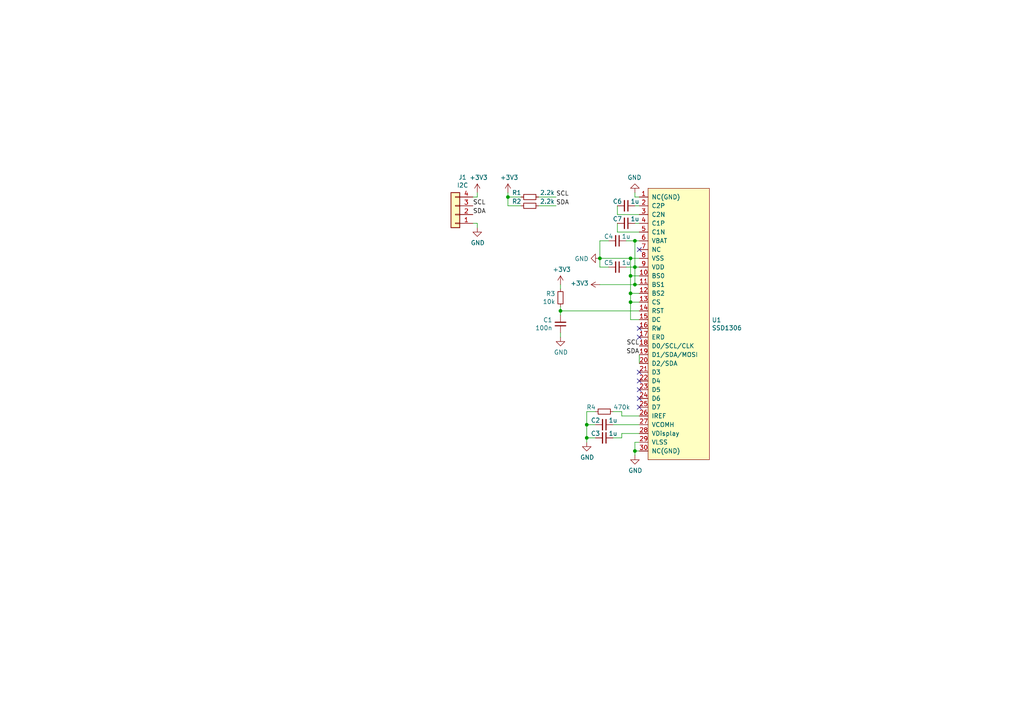
<source format=kicad_sch>
(kicad_sch (version 20211123) (generator eeschema)
  (paper "A4")
  (lib_symbols
    (symbol "Connector_Generic:Conn_01x04" (pin_names (offset 1.016) hide)
      (property "Reference" "J" (at 0 5.08 0))
      (property "Value" "Conn_01x04" (at 0 -7.62 0))
      (symbol "Conn_01x04_1_1"
        (rectangle (start -1.27 -4.953) (end 0 -5.207) (stroke (width 0.1524)))
        (rectangle (start -1.27 -2.413) (end 0 -2.667) (stroke (width 0.1524)))
        (rectangle (start -1.27 0.127) (end 0 -0.127) (stroke (width 0.1524)))
        (rectangle (start -1.27 2.667) (end 0 2.413) (stroke (width 0.1524)))
        (rectangle (start -1.27 3.81) (end 1.27 -6.35) (stroke (width 0.254)) (fill (type background)))
        (pin passive line (at -5.08 2.54 0) (length 3.81) (name "Pin_1") (number "1"))
        (pin passive line (at -5.08 0 0) (length 3.81) (name "Pin_2") (number "2"))
        (pin passive line (at -5.08 -2.54 0) (length 3.81) (name "Pin_3") (number "3"))
        (pin passive line (at -5.08 -5.08 0) (length 3.81) (name "Pin_4") (number "4"))
      )
    )
    (symbol "Device:C_Small" (pin_numbers hide) (pin_names (offset 0.254) hide)
      (property "Reference" "C" (at 0.254 1.778 0))
      (property "Value" "C_Small" (at 0.254 -2.032 0))
      (symbol "C_Small_0_1"
        (polyline (pts (xy -1.524 -0.508) (xy 1.524 -0.508)) (stroke (width 0.3302)))
        (polyline (pts (xy -1.524 0.508) (xy 1.524 0.508)) (stroke (width 0.3048)))
      )
      (symbol "C_Small_1_1"
        (pin passive line (at 0 2.54 270) (length 2.032) (name "~") (number "1"))
        (pin passive line (at 0 -2.54 90) (length 2.032) (name "~") (number "2"))
      )
    )
    (symbol "Device:R_Small" (pin_numbers hide) (pin_names (offset 0.254) hide)
      (property "Reference" "R" (at 0.762 0.508 0))
      (property "Value" "R_Small" (at 0.762 -1.016 0))
      (symbol "R_Small_0_1"
        (rectangle (start -0.762 1.778) (end 0.762 -1.778) (stroke (width 0.2032)))
      )
      (symbol "R_Small_1_1"
        (pin passive line (at 0 2.54 270) (length 0.762) (name "~") (number "1"))
        (pin passive line (at 0 -2.54 90) (length 0.762) (name "~") (number "2"))
      )
    )
    (symbol "SSD1306:SSD1306" (pin_names (offset 1.016))
      (property "Reference" "U" (at 0 43.18 0))
      (property "Value" "SSD1306" (at 0 40.64 0))
      (symbol "SSD1306_0_1"
        (rectangle (start -8.89 39.37) (end 8.89 -39.37) (fill (type background)))
      )
      (symbol "SSD1306_1_1"
        (pin power_in line (at -11.43 36.83 0) (length 2.54) (name "NC(GND)") (number "1"))
        (pin input line (at -11.43 13.97 0) (length 2.54) (name "BS0") (number "10"))
        (pin input line (at -11.43 11.43 0) (length 2.54) (name "BS1") (number "11"))
        (pin input line (at -11.43 8.89 0) (length 2.54) (name "BS2") (number "12"))
        (pin input line (at -11.43 6.35 0) (length 2.54) (name "CS") (number "13"))
        (pin input line (at -11.43 3.81 0) (length 2.54) (name "RST") (number "14"))
        (pin input line (at -11.43 1.27 0) (length 2.54) (name "DC") (number "15"))
        (pin input line (at -11.43 -1.27 0) (length 2.54) (name "RW") (number "16"))
        (pin input line (at -11.43 -3.81 0) (length 2.54) (name "ERD") (number "17"))
        (pin input line (at -11.43 -6.35 0) (length 2.54) (name "D0/SCL/CLK") (number "18"))
        (pin input line (at -11.43 -8.89 0) (length 2.54) (name "D1/SDA/MOSI") (number "19"))
        (pin output line (at -11.43 34.29 0) (length 2.54) (name "C2P") (number "2"))
        (pin input line (at -11.43 -11.43 0) (length 2.54) (name "D2/SDA") (number "20"))
        (pin input line (at -11.43 -13.97 0) (length 2.54) (name "D3") (number "21"))
        (pin input line (at -11.43 -16.51 0) (length 2.54) (name "D4") (number "22"))
        (pin input line (at -11.43 -19.05 0) (length 2.54) (name "D5") (number "23"))
        (pin input line (at -11.43 -21.59 0) (length 2.54) (name "D6") (number "24"))
        (pin input line (at -11.43 -24.13 0) (length 2.54) (name "D7") (number "25"))
        (pin input line (at -11.43 -26.67 0) (length 2.54) (name "IREF") (number "26"))
        (pin power_in line (at -11.43 -29.21 0) (length 2.54) (name "VCOMH") (number "27"))
        (pin power_in line (at -11.43 -31.75 0) (length 2.54) (name "VDisplay") (number "28"))
        (pin power_in line (at -11.43 -34.29 0) (length 2.54) (name "VLSS") (number "29"))
        (pin output line (at -11.43 31.75 0) (length 2.54) (name "C2N") (number "3"))
        (pin power_in line (at -11.43 -36.83 0) (length 2.54) (name "NC(GND)") (number "30"))
        (pin output line (at -11.43 29.21 0) (length 2.54) (name "C1P") (number "4"))
        (pin output line (at -11.43 26.67 0) (length 2.54) (name "C1N") (number "5"))
        (pin power_in line (at -11.43 24.13 0) (length 2.54) (name "VBAT") (number "6"))
        (pin input line (at -11.43 21.59 0) (length 2.54) (name "NC") (number "7"))
        (pin power_in line (at -11.43 19.05 0) (length 2.54) (name "VSS") (number "8"))
        (pin power_in line (at -11.43 16.51 0) (length 2.54) (name "VDD") (number "9"))
      )
    )
    (symbol "power:+3V3" (power) (pin_names (offset 0))
      (property "Value" "+3V3" (at 0 3.556 0))
      (symbol "+3V3_0_1"
        (polyline (pts (xy -0.762 1.27) (xy 0 2.54)))
        (polyline (pts (xy 0 0) (xy 0 2.54)))
        (polyline (pts (xy 0 2.54) (xy 0.762 1.27)))
      )
      (symbol "+3V3_1_1"
        (pin power_in line (at 0 0 90) (length 0) hide (name "+3V3") (number "1"))
      )
    )
    (symbol "power:GND" (power) (pin_names (offset 0))
      (property "Value" "GND" (at 0 -3.81 0))
      (symbol "GND_0_1"
        (polyline (pts (xy 0 0) (xy 0 -1.27) (xy 1.27 -1.27) (xy 0 -2.54) (xy -1.27 -1.27) (xy 0 -1.27)))
      )
      (symbol "GND_1_1"
        (pin power_in line (at 0 0 270) (length 0) hide (name "GND") (number "1"))
      )
    )
  )
  (junction (at 182.88 87.63))
  (junction (at 184.15 69.85))
  (junction (at 182.88 80.01))
  (junction (at 147.32 57.15))
  (junction (at 170.18 127))
  (junction (at 170.18 123.19))
  (junction (at 184.15 77.47))
  (junction (at 184.15 130.81))
  (junction (at 184.15 82.55))
  (junction (at 162.56 90.17))
  (junction (at 182.88 85.09))
  (junction (at 182.88 74.93))
  (junction (at 173.99 74.93))
  (no_connect (at 185.42 97.79))
  (no_connect (at 185.42 95.25))
  (no_connect (at 185.42 72.39))
  (no_connect (at 185.42 113.03))
  (no_connect (at 185.42 107.95))
  (no_connect (at 185.42 118.11))
  (no_connect (at 185.42 115.57))
  (no_connect (at 185.42 110.49))
  (wire (pts (xy 162.56 82.55) (xy 162.56 83.82)))
  (wire (pts (xy 184.15 59.69) (xy 185.42 59.69)))
  (wire (pts (xy 185.42 85.09) (xy 182.88 85.09)))
  (wire (pts (xy 185.42 102.87) (xy 185.42 105.41)))
  (wire (pts (xy 184.15 69.85) (xy 184.15 77.47)))
  (wire (pts (xy 185.42 74.93) (xy 182.88 74.93)))
  (wire (pts (xy 170.18 123.19) (xy 170.18 127)))
  (wire (pts (xy 162.56 96.52) (xy 162.56 97.79)))
  (wire (pts (xy 182.88 85.09) (xy 182.88 87.63)))
  (wire (pts (xy 180.34 120.65) (xy 185.42 120.65)))
  (wire (pts (xy 161.29 59.69) (xy 156.21 59.69)))
  (wire (pts (xy 185.42 123.19) (xy 177.8 123.19)))
  (wire (pts (xy 185.42 128.27) (xy 184.15 128.27)))
  (wire (pts (xy 180.34 127) (xy 180.34 125.73)))
  (wire (pts (xy 173.99 77.47) (xy 173.99 74.93)))
  (wire (pts (xy 177.8 119.38) (xy 180.34 119.38)))
  (wire (pts (xy 184.15 130.81) (xy 185.42 130.81)))
  (wire (pts (xy 147.32 57.15) (xy 147.32 59.69)))
  (wire (pts (xy 185.42 77.47) (xy 184.15 77.47)))
  (wire (pts (xy 137.16 64.77) (xy 138.43 64.77)))
  (wire (pts (xy 181.61 77.47) (xy 184.15 77.47)))
  (wire (pts (xy 184.15 128.27) (xy 184.15 130.81)))
  (wire (pts (xy 184.15 82.55) (xy 185.42 82.55)))
  (wire (pts (xy 182.88 92.71) (xy 182.88 87.63)))
  (wire (pts (xy 184.15 77.47) (xy 184.15 82.55)))
  (wire (pts (xy 173.99 77.47) (xy 176.53 77.47)))
  (wire (pts (xy 172.72 127) (xy 170.18 127)))
  (wire (pts (xy 184.15 64.77) (xy 185.42 64.77)))
  (wire (pts (xy 147.32 55.88) (xy 147.32 57.15)))
  (wire (pts (xy 182.88 74.93) (xy 182.88 80.01)))
  (wire (pts (xy 170.18 127) (xy 170.18 128.27)))
  (wire (pts (xy 182.88 74.93) (xy 173.99 74.93)))
  (wire (pts (xy 182.88 87.63) (xy 185.42 87.63)))
  (wire (pts (xy 182.88 80.01) (xy 182.88 85.09)))
  (wire (pts (xy 179.07 64.77) (xy 179.07 67.31)))
  (wire (pts (xy 185.42 92.71) (xy 182.88 92.71)))
  (wire (pts (xy 180.34 125.73) (xy 185.42 125.73)))
  (wire (pts (xy 184.15 57.15) (xy 185.42 57.15)))
  (wire (pts (xy 156.21 57.15) (xy 161.29 57.15)))
  (wire (pts (xy 185.42 69.85) (xy 184.15 69.85)))
  (wire (pts (xy 173.99 69.85) (xy 176.53 69.85)))
  (wire (pts (xy 179.07 59.69) (xy 179.07 62.23)))
  (wire (pts (xy 173.99 74.93) (xy 173.99 69.85)))
  (wire (pts (xy 162.56 90.17) (xy 162.56 88.9)))
  (wire (pts (xy 184.15 132.08) (xy 184.15 130.81)))
  (wire (pts (xy 151.13 57.15) (xy 147.32 57.15)))
  (wire (pts (xy 172.72 123.19) (xy 170.18 123.19)))
  (wire (pts (xy 173.99 82.55) (xy 184.15 82.55)))
  (wire (pts (xy 179.07 62.23) (xy 185.42 62.23)))
  (wire (pts (xy 179.07 67.31) (xy 185.42 67.31)))
  (wire (pts (xy 138.43 64.77) (xy 138.43 66.04)))
  (wire (pts (xy 172.72 119.38) (xy 170.18 119.38)))
  (wire (pts (xy 185.42 80.01) (xy 182.88 80.01)))
  (wire (pts (xy 138.43 57.15) (xy 138.43 55.88)))
  (wire (pts (xy 184.15 55.88) (xy 184.15 57.15)))
  (wire (pts (xy 180.34 119.38) (xy 180.34 120.65)))
  (wire (pts (xy 185.42 90.17) (xy 162.56 90.17)))
  (wire (pts (xy 177.8 127) (xy 180.34 127)))
  (wire (pts (xy 147.32 59.69) (xy 151.13 59.69)))
  (wire (pts (xy 181.61 69.85) (xy 184.15 69.85)))
  (wire (pts (xy 162.56 91.44) (xy 162.56 90.17)))
  (wire (pts (xy 170.18 119.38) (xy 170.18 123.19)))
  (wire (pts (xy 137.16 57.15) (xy 138.43 57.15)))
  (label "SDA" (at 137.16 62.23 0))
  (label "SCL" (at 161.29 57.15 0))
  (label "SDA" (at 185.42 102.87 180))
  (label "SDA" (at 161.29 59.69 0))
  (label "SCL" (at 185.42 100.33 180))
  (label "SCL" (at 137.16 59.69 0))
  (symbol (lib_id "SSD1306:SSD1306") (at 196.85 93.98 0) (unit 1)
    (property "Reference" "U1" (at 206.4512 92.8116 0) (effects (justify left)))
    (property "Value" "SSD1306" (at 206.4512 95.123 0) (effects (justify left)))
    (property "Footprint" "SSD1306:SSD1306" (effects hide))
  )
  (symbol (lib_id "Connector_Generic:Conn_01x04") (at 132.08 62.23 180) (unit 1)
    (property "Reference" "J1" (at 134.1628 51.435 0))
    (property "Value" "I2C" (at 134.1628 53.7464 0))
    (property "Footprint" "Connector_PinHeader_2.54mm:PinHeader_1x04_P2.54mm_Vertical" (effects hide))
  )
  (symbol (lib_id "power:GND") (at 138.43 66.04 0) (unit 1)
    (property "Reference" "#PWR02" (effects hide))
    (property "Value" "GND" (at 138.557 70.4342 0))
  )
  (symbol (lib_id "power:+3V3") (at 138.43 55.88 0) (unit 1)
    (property "Reference" "#PWR01" (effects hide))
    (property "Value" "+3V3" (at 138.811 51.4858 0))
  )
  (symbol (lib_id "Device:C_Small") (at 181.61 59.69 270) (unit 1)
    (property "Reference" "C6" (at 179.07 58.42 90))
    (property "Value" "1u" (at 184.15 58.42 90))
    (property "Footprint" "Capacitor_SMD:C_0603_1608Metric" (effects hide))
  )
  (symbol (lib_id "Device:C_Small") (at 181.61 64.77 270) (unit 1)
    (property "Reference" "C7" (at 179.07 63.5 90))
    (property "Value" "1u" (at 184.15 63.5 90))
    (property "Footprint" "Capacitor_SMD:C_0603_1608Metric" (effects hide))
  )
  (symbol (lib_id "power:GND") (at 184.15 55.88 180) (unit 1)
    (property "Reference" "#PWR09" (effects hide))
    (property "Value" "GND" (at 184.023 51.4858 0))
  )
  (symbol (lib_id "power:GND") (at 184.15 132.08 0) (unit 1)
    (property "Reference" "#PWR010" (effects hide))
    (property "Value" "GND" (at 184.277 136.4742 0))
  )
  (symbol (lib_id "Device:C_Small") (at 179.07 69.85 270) (unit 1)
    (property "Reference" "C4" (at 176.53 68.58 90))
    (property "Value" "1u" (at 181.61 68.58 90))
    (property "Footprint" "Capacitor_SMD:C_0603_1608Metric" (effects hide))
  )
  (symbol (lib_id "Device:C_Small") (at 179.07 77.47 270) (unit 1)
    (property "Reference" "C5" (at 176.53 76.2 90))
    (property "Value" "1u" (at 181.61 76.2 90))
    (property "Footprint" "Capacitor_SMD:C_0603_1608Metric" (effects hide))
  )
  (symbol (lib_id "power:+3V3") (at 173.99 82.55 90) (unit 1)
    (property "Reference" "#PWR08" (effects hide))
    (property "Value" "+3V3" (at 170.7388 82.169 90) (effects (justify left)))
  )
  (symbol (lib_id "power:GND") (at 173.99 74.93 270) (unit 1)
    (property "Reference" "#PWR07" (effects hide))
    (property "Value" "GND" (at 170.7388 75.057 90) (effects (justify right)))
  )
  (symbol (lib_id "Device:R_Small") (at 162.56 86.36 0) (mirror x) (unit 1)
    (property "Reference" "R3" (at 161.0614 85.1916 0) (effects (justify right)))
    (property "Value" "10k" (at 161.0614 87.503 0) (effects (justify right)))
    (property "Footprint" "Resistor_SMD:R_0603_1608Metric" (effects hide))
  )
  (symbol (lib_id "Device:C_Small") (at 162.56 93.98 0) (mirror x) (unit 1)
    (property "Reference" "C1" (at 160.2232 92.8116 0) (effects (justify right)))
    (property "Value" "100n" (at 160.2232 95.123 0) (effects (justify right)))
    (property "Footprint" "Capacitor_SMD:C_0603_1608Metric" (effects hide))
  )
  (symbol (lib_id "power:+3V3") (at 162.56 82.55 0) (unit 1)
    (property "Reference" "#PWR04" (effects hide))
    (property "Value" "+3V3" (at 162.941 78.1558 0))
  )
  (symbol (lib_id "power:GND") (at 162.56 97.79 0) (unit 1)
    (property "Reference" "#PWR05" (effects hide))
    (property "Value" "GND" (at 162.687 102.1842 0))
  )
  (symbol (lib_id "Device:R_Small") (at 153.67 57.15 270) (unit 1)
    (property "Reference" "R1" (at 149.86 55.88 90))
    (property "Value" "2.2k" (at 158.75 55.88 90))
    (property "Footprint" "Resistor_SMD:R_0603_1608Metric" (effects hide))
  )
  (symbol (lib_id "Device:R_Small") (at 153.67 59.69 270) (unit 1)
    (property "Reference" "R2" (at 149.86 58.42 90))
    (property "Value" "2.2k" (at 158.75 58.42 90))
    (property "Footprint" "Resistor_SMD:R_0603_1608Metric" (effects hide))
  )
  (symbol (lib_id "power:+3V3") (at 147.32 55.88 0) (unit 1)
    (property "Reference" "#PWR03" (effects hide))
    (property "Value" "+3V3" (at 147.701 51.4858 0))
  )
  (symbol (lib_id "Device:C_Small") (at 175.26 123.19 270) (unit 1)
    (property "Reference" "C2" (at 172.72 121.92 90))
    (property "Value" "1u" (at 177.8 121.92 90))
    (property "Footprint" "Capacitor_SMD:C_0603_1608Metric" (effects hide))
  )
  (symbol (lib_id "Device:C_Small") (at 175.26 127 270) (unit 1)
    (property "Reference" "C3" (at 172.72 125.73 90))
    (property "Value" "1u" (at 177.8 125.73 90))
    (property "Footprint" "Capacitor_SMD:C_0603_1608Metric" (effects hide))
  )
  (symbol (lib_id "Device:R_Small") (at 175.26 119.38 270) (unit 1)
    (property "Reference" "R4" (at 171.45 118.11 90))
    (property "Value" "470k" (at 180.34 118.11 90))
    (property "Footprint" "Resistor_SMD:R_0603_1608Metric" (effects hide))
  )
  (symbol (lib_id "power:GND") (at 170.18 128.27 0) (unit 1)
    (property "Reference" "#PWR06" (effects hide))
    (property "Value" "GND" (at 170.307 132.6642 0))
  )
)
</source>
